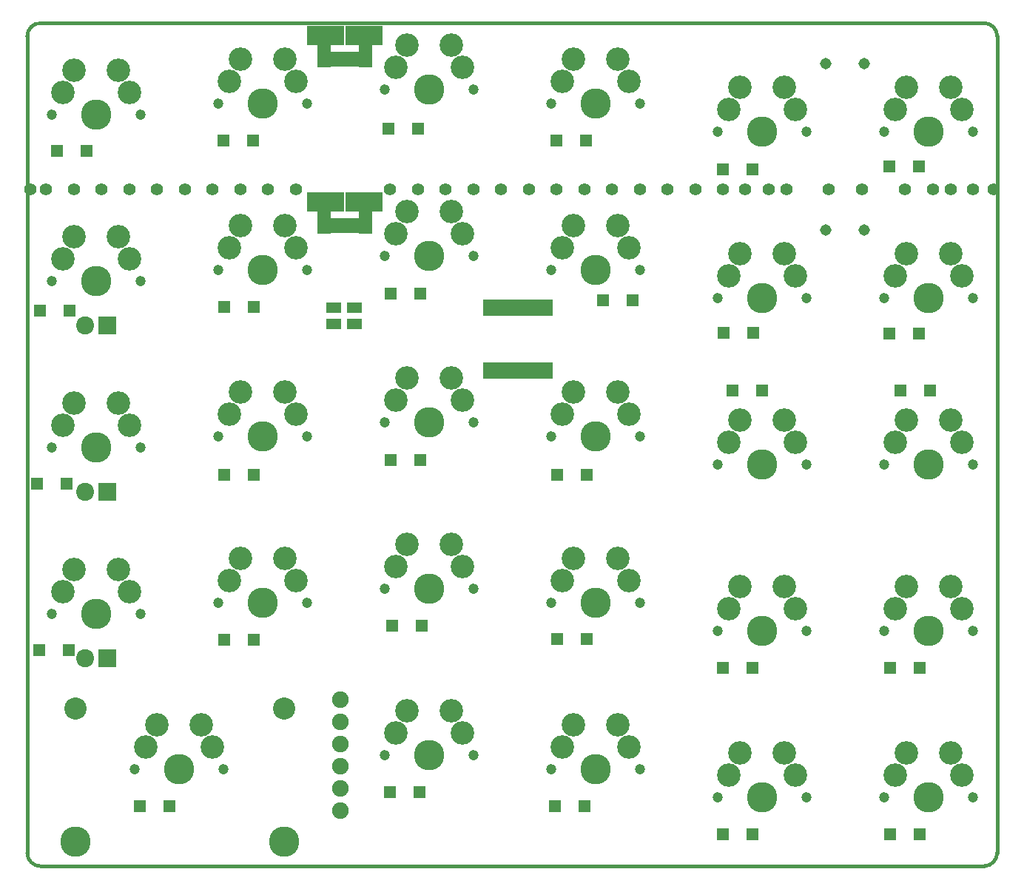
<source format=gts>
G04 (created by PCBNEW (2013-02-13 BZR 3947)-testing) date 12/19/2013 8:38:14 AM*
%MOIN*%
G04 Gerber Fmt 3.4, Leading zero omitted, Abs format*
%FSLAX34Y34*%
G01*
G70*
G90*
G04 APERTURE LIST*
%ADD10C,0.006*%
%ADD11C,0.015*%
%ADD12C,0.081*%
%ADD13R,0.081X0.081*%
%ADD14C,0.1*%
%ADD15C,0.137*%
%ADD16C,0.0750551*%
%ADD17R,0.0317X0.075*%
%ADD18R,0.071X0.051*%
%ADD19C,0.106*%
%ADD20C,0.047*%
%ADD21C,0.0553701*%
%ADD22R,0.110488X0.0908031*%
%ADD23R,0.0632441X0.0986772*%
%ADD24R,0.0337165X0.0711181*%
%ADD25R,0.0632441X0.0908031*%
%ADD26R,0.0553701X0.0553701*%
%ADD27C,0.0514331*%
G04 APERTURE END LIST*
G54D10*
G54D11*
X32900Y-58900D02*
X32900Y-22100D01*
X76000Y-59500D02*
X33500Y-59500D01*
X76600Y-22100D02*
X76600Y-58900D01*
X33500Y-21500D02*
X76000Y-21500D01*
X33500Y-21500D02*
G75*
G03X32900Y-22100I0J-600D01*
G74*
G01*
X76600Y-22100D02*
G75*
G03X76000Y-21500I-600J0D01*
G74*
G01*
X76000Y-59500D02*
G75*
G03X76600Y-58900I0J600D01*
G74*
G01*
X32900Y-58900D02*
G75*
G03X33500Y-59500I600J0D01*
G74*
G01*
G54D12*
X35500Y-50129D03*
G54D13*
X36500Y-50129D03*
G54D12*
X35500Y-42629D03*
G54D13*
X36500Y-42629D03*
G54D12*
X35500Y-35130D03*
G54D13*
X36500Y-35130D03*
G54D14*
X44459Y-52379D03*
X35059Y-52379D03*
G54D15*
X44459Y-58379D03*
X35059Y-58379D03*
G54D16*
X47000Y-56000D03*
X47000Y-57000D03*
X47000Y-55000D03*
X47000Y-53000D03*
X47000Y-54000D03*
X47000Y-52000D03*
G54D17*
X53593Y-37177D03*
X53849Y-37177D03*
X54105Y-37177D03*
X54361Y-37177D03*
X54617Y-37177D03*
X54873Y-37177D03*
X55127Y-37177D03*
X55383Y-37177D03*
X55639Y-37177D03*
X55895Y-37177D03*
X56151Y-37177D03*
X56407Y-37177D03*
X56407Y-34323D03*
X56151Y-34323D03*
X55895Y-34323D03*
X55639Y-34323D03*
X55383Y-34323D03*
X55127Y-34323D03*
X54873Y-34323D03*
X54617Y-34323D03*
X54361Y-34323D03*
X54105Y-34323D03*
X53849Y-34323D03*
X53593Y-34323D03*
G54D18*
X47650Y-34325D03*
X47650Y-35075D03*
X46700Y-34325D03*
X46700Y-35075D03*
G54D19*
X74500Y-54379D03*
X72000Y-55379D03*
G54D15*
X73500Y-56379D03*
G54D20*
X71500Y-56379D03*
X75500Y-56379D03*
G54D19*
X75000Y-55379D03*
X72500Y-54379D03*
X59500Y-53129D03*
X57000Y-54129D03*
G54D15*
X58500Y-55129D03*
G54D20*
X56500Y-55129D03*
X60500Y-55129D03*
G54D19*
X60000Y-54129D03*
X57500Y-53129D03*
X67000Y-54379D03*
X64500Y-55379D03*
G54D15*
X66000Y-56379D03*
G54D20*
X64000Y-56379D03*
X68000Y-56379D03*
G54D19*
X67500Y-55379D03*
X65000Y-54379D03*
X52000Y-52500D03*
X49500Y-53500D03*
G54D15*
X51000Y-54500D03*
G54D20*
X49000Y-54500D03*
X53000Y-54500D03*
G54D19*
X52500Y-53500D03*
X50000Y-52500D03*
X40750Y-53129D03*
X38250Y-54129D03*
G54D15*
X39750Y-55129D03*
G54D20*
X37750Y-55129D03*
X41750Y-55129D03*
G54D19*
X41250Y-54129D03*
X38750Y-53129D03*
X37000Y-23630D03*
X34500Y-24630D03*
G54D15*
X36000Y-25630D03*
G54D20*
X34000Y-25630D03*
X38000Y-25630D03*
G54D19*
X37500Y-24630D03*
X35000Y-23630D03*
X67000Y-39379D03*
X64500Y-40379D03*
G54D15*
X66000Y-41379D03*
G54D20*
X64000Y-41379D03*
X68000Y-41379D03*
G54D19*
X67500Y-40379D03*
X65000Y-39379D03*
X74500Y-39379D03*
X72000Y-40379D03*
G54D15*
X73500Y-41379D03*
G54D20*
X71500Y-41379D03*
X75500Y-41379D03*
G54D19*
X75000Y-40379D03*
X72500Y-39379D03*
X44500Y-23129D03*
X42000Y-24129D03*
G54D15*
X43500Y-25129D03*
G54D20*
X41500Y-25129D03*
X45500Y-25129D03*
G54D19*
X45000Y-24129D03*
X42500Y-23129D03*
X67000Y-24380D03*
X64500Y-25380D03*
G54D15*
X66000Y-26380D03*
G54D20*
X64000Y-26380D03*
X68000Y-26380D03*
G54D19*
X67500Y-25380D03*
X65000Y-24380D03*
X59500Y-23129D03*
X57000Y-24129D03*
G54D15*
X58500Y-25129D03*
G54D20*
X56500Y-25129D03*
X60500Y-25129D03*
G54D19*
X60000Y-24129D03*
X57500Y-23129D03*
X52000Y-22500D03*
X49500Y-23500D03*
G54D15*
X51000Y-24500D03*
G54D20*
X49000Y-24500D03*
X53000Y-24500D03*
G54D19*
X52500Y-23500D03*
X50000Y-22500D03*
X74500Y-24380D03*
X72000Y-25380D03*
G54D15*
X73500Y-26380D03*
G54D20*
X71500Y-26380D03*
X75500Y-26380D03*
G54D19*
X75000Y-25380D03*
X72500Y-24380D03*
X59500Y-38129D03*
X57000Y-39129D03*
G54D15*
X58500Y-40129D03*
G54D20*
X56500Y-40129D03*
X60500Y-40129D03*
G54D19*
X60000Y-39129D03*
X57500Y-38129D03*
X52000Y-37500D03*
X49500Y-38500D03*
G54D15*
X51000Y-39500D03*
G54D20*
X49000Y-39500D03*
X53000Y-39500D03*
G54D19*
X52500Y-38500D03*
X50000Y-37500D03*
X44500Y-38129D03*
X42000Y-39129D03*
G54D15*
X43500Y-40129D03*
G54D20*
X41500Y-40129D03*
X45500Y-40129D03*
G54D19*
X45000Y-39129D03*
X42500Y-38129D03*
X37000Y-38629D03*
X34500Y-39629D03*
G54D15*
X36000Y-40629D03*
G54D20*
X34000Y-40629D03*
X38000Y-40629D03*
G54D19*
X37500Y-39629D03*
X35000Y-38629D03*
X67000Y-46879D03*
X64500Y-47879D03*
G54D15*
X66000Y-48879D03*
G54D20*
X64000Y-48879D03*
X68000Y-48879D03*
G54D19*
X67500Y-47879D03*
X65000Y-46879D03*
X59500Y-45629D03*
X57000Y-46629D03*
G54D15*
X58500Y-47629D03*
G54D20*
X56500Y-47629D03*
X60500Y-47629D03*
G54D19*
X60000Y-46629D03*
X57500Y-45629D03*
X52000Y-45000D03*
X49500Y-46000D03*
G54D15*
X51000Y-47000D03*
G54D20*
X49000Y-47000D03*
X53000Y-47000D03*
G54D19*
X52500Y-46000D03*
X50000Y-45000D03*
X44500Y-45629D03*
X42000Y-46629D03*
G54D15*
X43500Y-47629D03*
G54D20*
X41500Y-47629D03*
X45500Y-47629D03*
G54D19*
X45000Y-46629D03*
X42500Y-45629D03*
X37000Y-46129D03*
X34500Y-47129D03*
G54D15*
X36000Y-48129D03*
G54D20*
X34000Y-48129D03*
X38000Y-48129D03*
G54D19*
X37500Y-47129D03*
X35000Y-46129D03*
X74500Y-46879D03*
X72000Y-47879D03*
G54D15*
X73500Y-48879D03*
G54D20*
X71500Y-48879D03*
X75500Y-48879D03*
G54D19*
X75000Y-47879D03*
X72500Y-46879D03*
X37000Y-31129D03*
X34500Y-32129D03*
G54D15*
X36000Y-33129D03*
G54D20*
X34000Y-33129D03*
X38000Y-33129D03*
G54D19*
X37500Y-32129D03*
X35000Y-31129D03*
X67000Y-31879D03*
X64500Y-32879D03*
G54D15*
X66000Y-33879D03*
G54D20*
X64000Y-33879D03*
X68000Y-33879D03*
G54D19*
X67500Y-32879D03*
X65000Y-31879D03*
X52000Y-30000D03*
X49500Y-31000D03*
G54D15*
X51000Y-32000D03*
G54D20*
X49000Y-32000D03*
X53000Y-32000D03*
G54D19*
X52500Y-31000D03*
X50000Y-30000D03*
X44500Y-30629D03*
X42000Y-31629D03*
G54D15*
X43500Y-32629D03*
G54D20*
X41500Y-32629D03*
X45500Y-32629D03*
G54D19*
X45000Y-31629D03*
X42500Y-30629D03*
X59500Y-30629D03*
X57000Y-31629D03*
G54D15*
X58500Y-32629D03*
G54D20*
X56500Y-32629D03*
X60500Y-32629D03*
G54D19*
X60000Y-31629D03*
X57500Y-30629D03*
X74500Y-31879D03*
X72000Y-32879D03*
G54D15*
X73500Y-33879D03*
G54D20*
X71500Y-33879D03*
X75500Y-33879D03*
G54D19*
X75000Y-32879D03*
X72500Y-31879D03*
G54D21*
X75500Y-29000D03*
X45000Y-29000D03*
X50500Y-29000D03*
X53000Y-29000D03*
X55500Y-29000D03*
X58000Y-29000D03*
X60500Y-29000D03*
X63000Y-29000D03*
X65250Y-29000D03*
X67100Y-29000D03*
X70500Y-29000D03*
X73700Y-29000D03*
X76450Y-29000D03*
X49250Y-29000D03*
X51750Y-29000D03*
X54250Y-29000D03*
X56750Y-29000D03*
X59250Y-29000D03*
X61750Y-29000D03*
X64250Y-29000D03*
X66300Y-29000D03*
X69000Y-29000D03*
X72450Y-29000D03*
X74500Y-29000D03*
X43750Y-29000D03*
X42500Y-29000D03*
X41250Y-29000D03*
X40000Y-29000D03*
X38750Y-29000D03*
X37500Y-29000D03*
X36250Y-29000D03*
X35000Y-29000D03*
X33750Y-29000D03*
X33050Y-29000D03*
G54D22*
X46038Y-22074D03*
X48361Y-22074D03*
G54D23*
X48125Y-22979D03*
X46274Y-22979D03*
G54D24*
X47200Y-23117D03*
X47455Y-23117D03*
X47711Y-23117D03*
X46944Y-23117D03*
X46688Y-23117D03*
G54D25*
X47534Y-22074D03*
X46865Y-22074D03*
G54D22*
X46038Y-29574D03*
X48361Y-29574D03*
G54D23*
X48125Y-30479D03*
X46274Y-30479D03*
G54D24*
X47200Y-30617D03*
X47455Y-30617D03*
X47711Y-30617D03*
X46944Y-30617D03*
X46688Y-30617D03*
G54D25*
X47534Y-29574D03*
X46865Y-29574D03*
G54D26*
X34230Y-27250D03*
X35569Y-27250D03*
X72230Y-38050D03*
X73569Y-38050D03*
X64680Y-38050D03*
X66019Y-38050D03*
X41730Y-26800D03*
X43069Y-26800D03*
X49180Y-26250D03*
X50519Y-26250D03*
X56730Y-26800D03*
X58069Y-26800D03*
X64230Y-28100D03*
X65569Y-28100D03*
X71730Y-27950D03*
X73069Y-27950D03*
X37980Y-56800D03*
X39319Y-56800D03*
X49230Y-56150D03*
X50569Y-56150D03*
X56680Y-56800D03*
X58019Y-56800D03*
X64230Y-58050D03*
X65569Y-58050D03*
X71780Y-58050D03*
X73119Y-58050D03*
X34669Y-42250D03*
X33330Y-42250D03*
X41780Y-41850D03*
X43119Y-41850D03*
X49280Y-41200D03*
X50619Y-41200D03*
X56780Y-41850D03*
X58119Y-41850D03*
X34769Y-49750D03*
X33430Y-49750D03*
X41780Y-49300D03*
X43119Y-49300D03*
X49330Y-48650D03*
X50669Y-48650D03*
X56780Y-49250D03*
X58119Y-49250D03*
X64230Y-50550D03*
X65569Y-50550D03*
X71780Y-50550D03*
X73119Y-50550D03*
X34819Y-34450D03*
X33480Y-34450D03*
X41780Y-34300D03*
X43119Y-34300D03*
X49280Y-33700D03*
X50619Y-33700D03*
X60169Y-34000D03*
X58830Y-34000D03*
X64280Y-35450D03*
X65619Y-35450D03*
X71730Y-35500D03*
X73069Y-35500D03*
G54D27*
X68883Y-23316D03*
X70616Y-23316D03*
X68883Y-30816D03*
X70616Y-30816D03*
M02*

</source>
